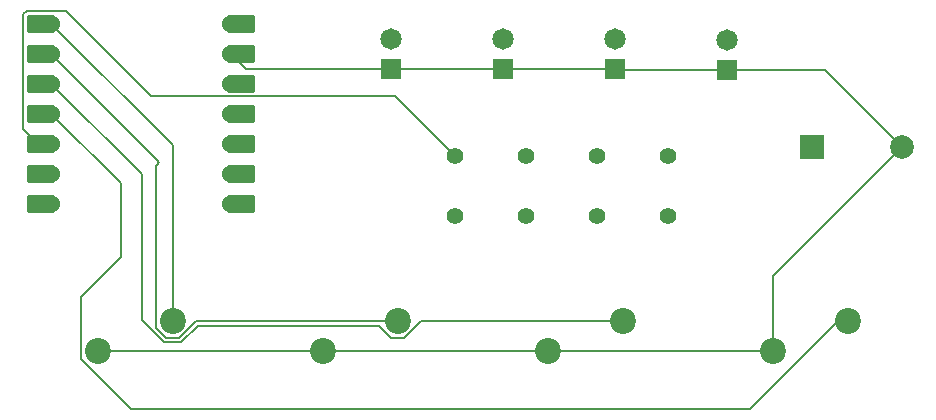
<source format=gbr>
%TF.GenerationSoftware,KiCad,Pcbnew,9.0.2*%
%TF.CreationDate,2025-08-01T16:28:31+05:30*%
%TF.ProjectId,xiao-timer,7869616f-2d74-4696-9d65-722e6b696361,rev?*%
%TF.SameCoordinates,Original*%
%TF.FileFunction,Copper,L1,Top*%
%TF.FilePolarity,Positive*%
%FSLAX46Y46*%
G04 Gerber Fmt 4.6, Leading zero omitted, Abs format (unit mm)*
G04 Created by KiCad (PCBNEW 9.0.2) date 2025-08-01 16:28:31*
%MOMM*%
%LPD*%
G01*
G04 APERTURE LIST*
G04 Aperture macros list*
%AMRoundRect*
0 Rectangle with rounded corners*
0 $1 Rounding radius*
0 $2 $3 $4 $5 $6 $7 $8 $9 X,Y pos of 4 corners*
0 Add a 4 corners polygon primitive as box body*
4,1,4,$2,$3,$4,$5,$6,$7,$8,$9,$2,$3,0*
0 Add four circle primitives for the rounded corners*
1,1,$1+$1,$2,$3*
1,1,$1+$1,$4,$5*
1,1,$1+$1,$6,$7*
1,1,$1+$1,$8,$9*
0 Add four rect primitives between the rounded corners*
20,1,$1+$1,$2,$3,$4,$5,0*
20,1,$1+$1,$4,$5,$6,$7,0*
20,1,$1+$1,$6,$7,$8,$9,0*
20,1,$1+$1,$8,$9,$2,$3,0*%
G04 Aperture macros list end*
%TA.AperFunction,ComponentPad*%
%ADD10C,1.815000*%
%TD*%
%TA.AperFunction,ComponentPad*%
%ADD11R,1.815000X1.815000*%
%TD*%
%TA.AperFunction,ComponentPad*%
%ADD12C,1.400000*%
%TD*%
%TA.AperFunction,ComponentPad*%
%ADD13C,2.200000*%
%TD*%
%TA.AperFunction,SMDPad,CuDef*%
%ADD14RoundRect,0.152400X1.063600X0.609600X-1.063600X0.609600X-1.063600X-0.609600X1.063600X-0.609600X0*%
%TD*%
%TA.AperFunction,ComponentPad*%
%ADD15C,1.524000*%
%TD*%
%TA.AperFunction,SMDPad,CuDef*%
%ADD16RoundRect,0.152400X-1.063600X-0.609600X1.063600X-0.609600X1.063600X0.609600X-1.063600X0.609600X0*%
%TD*%
%TA.AperFunction,ComponentPad*%
%ADD17R,2.000000X2.000000*%
%TD*%
%TA.AperFunction,ComponentPad*%
%ADD18C,2.000000*%
%TD*%
%TA.AperFunction,Conductor*%
%ADD19C,0.200000*%
%TD*%
G04 APERTURE END LIST*
D10*
%TO.P,D2,A*%
%TO.N,Net-(D2-PadA)*%
X120989859Y-69439572D03*
D11*
%TO.P,D2,C*%
%TO.N,GND*%
X120989859Y-71979572D03*
%TD*%
D10*
%TO.P,D1,A*%
%TO.N,Net-(D1-PadA)*%
X111499788Y-69439572D03*
D11*
%TO.P,D1,C*%
%TO.N,GND*%
X111499788Y-71979572D03*
%TD*%
D10*
%TO.P,D3,A*%
%TO.N,Net-(D3-PadA)*%
X130479929Y-69439572D03*
D11*
%TO.P,D3,C*%
%TO.N,GND*%
X130479929Y-71979572D03*
%TD*%
D12*
%TO.P,R2,1*%
%TO.N,Net-(D2-PadA)*%
X122944417Y-84432500D03*
%TO.P,R2,2*%
%TO.N,led2*%
X122944417Y-79352500D03*
%TD*%
D13*
%TO.P,SW3,1,1*%
%TO.N,btn3*%
X131127500Y-93320000D03*
%TO.P,SW3,2,2*%
%TO.N,GND*%
X124777500Y-95860000D03*
%TD*%
D14*
%TO.P,U1,1,GPIO26/ADC0/A0*%
%TO.N,btn1*%
X81915000Y-68158500D03*
D15*
X82750000Y-68158500D03*
D14*
%TO.P,U1,2,GPIO27/ADC1/A1*%
%TO.N,btn2*%
X81915000Y-70698500D03*
D15*
X82750000Y-70698500D03*
D14*
%TO.P,U1,3,GPIO28/ADC2/A2*%
%TO.N,btn3*%
X81915000Y-73238500D03*
D15*
X82750000Y-73238500D03*
D14*
%TO.P,U1,4,GPIO29/ADC3/A3*%
%TO.N,btn4*%
X81915000Y-75778500D03*
D15*
X82750000Y-75778500D03*
D14*
%TO.P,U1,5,GPIO6/SDA*%
%TO.N,led1*%
X81915000Y-78318500D03*
D15*
X82750000Y-78318500D03*
D14*
%TO.P,U1,6,GPIO7/SCL*%
%TO.N,led2*%
X81915000Y-80858500D03*
D15*
X82750000Y-80858500D03*
D14*
%TO.P,U1,7,GPIO0/TX*%
%TO.N,led3*%
X81915000Y-83398500D03*
D15*
X82750000Y-83398500D03*
%TO.P,U1,8,GPIO1/RX*%
%TO.N,led4*%
X97990000Y-83398500D03*
D16*
X98825000Y-83398500D03*
D15*
%TO.P,U1,9,GPIO2/SCK*%
%TO.N,buzzer*%
X97990000Y-80858500D03*
D16*
X98825000Y-80858500D03*
D15*
%TO.P,U1,10,GPIO4/MISO*%
%TO.N,unconnected-(U1-GPIO4{slash}MISO-Pad10)*%
X97990000Y-78318500D03*
D16*
X98825000Y-78318500D03*
D15*
%TO.P,U1,11,GPIO3/MOSI*%
%TO.N,unconnected-(U1-GPIO3{slash}MOSI-Pad11)*%
X97990000Y-75778500D03*
D16*
X98825000Y-75778500D03*
D15*
%TO.P,U1,12,3V3*%
%TO.N,unconnected-(U1-3V3-Pad12)*%
X97990000Y-73238500D03*
D16*
X98825000Y-73238500D03*
D15*
%TO.P,U1,13,GND*%
%TO.N,GND*%
X97990000Y-70698500D03*
D16*
X98825000Y-70698500D03*
D15*
%TO.P,U1,14,VBUS*%
%TO.N,unconnected-(U1-VBUS-Pad14)*%
X97990000Y-68158500D03*
D16*
X98825000Y-68158500D03*
%TD*%
D12*
%TO.P,R3,1*%
%TO.N,Net-(D3-PadA)*%
X128955083Y-84432500D03*
%TO.P,R3,2*%
%TO.N,led3*%
X128955083Y-79352500D03*
%TD*%
D10*
%TO.P,D4,A*%
%TO.N,Net-(D4-PadA)*%
X139970000Y-69560000D03*
D11*
%TO.P,D4,C*%
%TO.N,GND*%
X139970000Y-72100000D03*
%TD*%
D17*
%TO.P,BZ1,1,+*%
%TO.N,buzzer*%
X147181250Y-78581250D03*
D18*
%TO.P,BZ1,2,-*%
%TO.N,GND*%
X154781250Y-78581250D03*
%TD*%
D13*
%TO.P,SW1,1,1*%
%TO.N,btn1*%
X93027500Y-93320000D03*
%TO.P,SW1,2,2*%
%TO.N,GND*%
X86677500Y-95860000D03*
%TD*%
%TO.P,SW4,1,1*%
%TO.N,btn4*%
X150177500Y-93320000D03*
%TO.P,SW4,2,2*%
%TO.N,GND*%
X143827500Y-95860000D03*
%TD*%
D12*
%TO.P,R4,1*%
%TO.N,Net-(D4-PadA)*%
X134965750Y-84432500D03*
%TO.P,R4,2*%
%TO.N,led4*%
X134965750Y-79352500D03*
%TD*%
%TO.P,R1,1*%
%TO.N,Net-(D1-PadA)*%
X116933750Y-84432500D03*
%TO.P,R1,2*%
%TO.N,led1*%
X116933750Y-79352500D03*
%TD*%
D13*
%TO.P,SW2,1,1*%
%TO.N,btn2*%
X112077500Y-93320000D03*
%TO.P,SW2,2,2*%
%TO.N,GND*%
X105727500Y-95860000D03*
%TD*%
D19*
%TO.N,GND*%
X86677500Y-95860000D02*
X105727500Y-95860000D01*
X139970000Y-72100000D02*
X130600357Y-72100000D01*
X124777500Y-95860000D02*
X143827500Y-95860000D01*
X130600357Y-72100000D02*
X130479929Y-71979572D01*
X148300000Y-72100000D02*
X139970000Y-72100000D01*
X143827500Y-89535000D02*
X154781250Y-78581250D01*
X130479929Y-71979572D02*
X120989859Y-71979572D01*
X120989859Y-71979572D02*
X111499788Y-71979572D01*
X154781250Y-78581250D02*
X148300000Y-72100000D01*
X143827500Y-95860000D02*
X143827500Y-89535000D01*
X111499788Y-71979572D02*
X99271072Y-71979572D01*
X99271072Y-71979572D02*
X97990000Y-70698500D01*
X105727500Y-95860000D02*
X124777500Y-95860000D01*
%TO.N,led1*%
X111882750Y-74301500D02*
X91181500Y-74301500D01*
X80659374Y-67095500D02*
X80398000Y-67356874D01*
X80398000Y-67356874D02*
X80398000Y-77044130D01*
X91181500Y-74301500D02*
X83975500Y-67095500D01*
X116933750Y-79352500D02*
X111882750Y-74301500D01*
X83975500Y-67095500D02*
X80659374Y-67095500D01*
X81672370Y-78318500D02*
X82750000Y-78318500D01*
X80398000Y-77044130D02*
X81672370Y-78318500D01*
%TO.N,btn1*%
X93027500Y-93320000D02*
X93027500Y-78436000D01*
X93027500Y-78436000D02*
X82750000Y-68158500D01*
%TO.N,btn2*%
X93607814Y-94721000D02*
X92447186Y-94721000D01*
X91790000Y-79738500D02*
X82750000Y-70698500D01*
X91626500Y-80163500D02*
X91870000Y-79920000D01*
X112077500Y-93320000D02*
X95008814Y-93320000D01*
X91626500Y-93900314D02*
X91626500Y-80163500D01*
X91870000Y-79920000D02*
X91790000Y-79840000D01*
X92447186Y-94721000D02*
X91626500Y-93900314D01*
X91790000Y-79840000D02*
X91790000Y-79738500D01*
X95008814Y-93320000D02*
X93607814Y-94721000D01*
%TO.N,btn3*%
X110497186Y-93721000D02*
X95174914Y-93721000D01*
X90400000Y-93240914D02*
X90400000Y-80888500D01*
X131127500Y-93320000D02*
X114058814Y-93320000D01*
X112657814Y-94721000D02*
X111497186Y-94721000D01*
X111497186Y-94721000D02*
X110497186Y-93721000D01*
X93773914Y-95122000D02*
X92281086Y-95122000D01*
X92281086Y-95122000D02*
X90400000Y-93240914D01*
X95174914Y-93721000D02*
X93773914Y-95122000D01*
X90400000Y-80888500D02*
X82750000Y-73238500D01*
X114058814Y-93320000D02*
X112657814Y-94721000D01*
%TO.N,btn4*%
X88621500Y-81650000D02*
X82750000Y-75778500D01*
X88670000Y-81650000D02*
X88621500Y-81650000D01*
X150177500Y-93320000D02*
X149370000Y-93320000D01*
X85276500Y-96513816D02*
X85276500Y-91273500D01*
X89513684Y-100751000D02*
X85276500Y-96513816D01*
X88670000Y-87880000D02*
X88670000Y-81650000D01*
X149370000Y-93320000D02*
X141939000Y-100751000D01*
X85276500Y-91273500D02*
X88670000Y-87880000D01*
X141939000Y-100751000D02*
X89513684Y-100751000D01*
%TD*%
M02*

</source>
